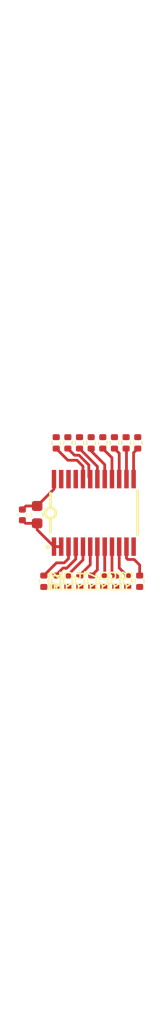
<source format=kicad_pcb>
(kicad_pcb (version 20240108) (generator "pcbnew") (generator_version "8.0")
  (layers (0 "F.Cu" signal) (31 "B.Cu" signal) (34 "B.Paste" user) (35 "F.Paste" user) (36 "B.SilkS" user "B.Silkscreen") (37 "F.SilkS" user "F.Silkscreen") (38 "B.Mask" user) (39 "F.Mask" user) (44 "Edge.Cuts" user))
  (net 0 "")
  (net 1 "ic-scl-8")
  (net 2 "ic-scl-4")
  (net 3 "ic-sda-7")
  (net 4 "reset_")
  (net 5 "ic-sda-1")
  (net 6 "ic-gnd")
  (net 7 "ic-scl-2")
  (net 8 "ic-scl-5")
  (net 9 "ic-sda-5")
  (net 10 "ic-sda-8")
  (net 11 "ic-scl-6")
  (net 12 "ic-sda-4")
  (net 13 "ic-sda")
  (net 14 "vcc")
  (net 15 "ic-scl-7")
  (net 16 "ic-scl-1")
  (net 17 "ic-scl-3")
  (net 18 "ic-sda-6")
  (net 19 "ic-sda-3")
  (net 20 "ic-scl")
  (net 21 "ic-sda-2")
  (footprint "lib:R0402" (layer "F.Cu") (at 194.599943 58.287358 90)
    (property "Reference" "R3" (hide yes))
    (property "Value" "62.5mW Thick Film Resistors 50V ±100ppm/℃ ±1% 10kΩ 0402  Chip Resistor - Surface Mount ROHS")
    (fp_line (start -0.153641 -0.38) (end 0.153641 -0.38) (stroke (width 0.12)) (layer "F.SilkS"))
    (fp_line (start -0.153641 0.38) (end 0.153641 0.38) (stroke (width 0.12)) (layer "F.SilkS"))
    (pad "1" smd roundrect (at -0.51 0 90) (size 0.54 0.64) (layers "F.Cu" "F.Paste" "F.Mask") (net 14 "vcc"))
    (pad "2" smd roundrect (at 0.51 0 90) (size 0.54 0.64) (layers "F.Cu" "F.Paste" "F.Mask") (net 13 "ic-sda"))
  )
  (footprint "lib:R0402" (layer "F.Cu") (at 197.763033 45.907076 -90)
    (property "Reference" "R15" (hide yes))
    (property "Value" "62.5mW Thick Film Resistors 50V ±100ppm/℃ ±1% 10kΩ 0402  Chip Resistor - Surface Mount ROHS")
    (fp_line (start -0.153641 0.38) (end 0.153641 0.38) (stroke (width 0.12)) (layer "F.SilkS"))
    (fp_line (start -0.153641 -0.38) (end 0.153641 -0.38) (stroke (width 0.12)) (layer "F.SilkS"))
    (pad "1" smd roundrect (at -0.51 0 270) (size 0.54 0.64) (layers "F.Cu" "F.Paste" "F.Mask") (net 14 "vcc"))
    (pad "2" smd roundrect (at 0.51 0 270) (size 0.54 0.64) (layers "F.Cu" "F.Paste" "F.Mask") (net 18 "ic-sda-6"))
  )
  (footprint "lib:R0402" (layer "F.Cu") (at 201.042539 58.287358 90)
    (property "Reference" "R9" (at 0 -1.17 90) (layer "F.SilkS"))
    (property "Value" "62.5mW Thick Film Resistors 50V ±100ppm/℃ ±1% 10kΩ 0402  Chip Resistor - Surface Mount ROHS")
    (fp_line (start -0.153641 -0.38) (end 0.153641 -0.38) (stroke (width 0.12)) (layer "F.SilkS"))
    (fp_line (start -0.153641 0.38) (end 0.153641 0.38) (stroke (width 0.12)) (layer "F.SilkS"))
    (pad "1" smd roundrect (at -0.51 0 90) (size 0.54 0.64) (layers "F.Cu" "F.Paste" "F.Mask") (net 14 "vcc"))
    (pad "2" smd roundrect (at 0.51 0 90) (size 0.54 0.64) (layers "F.Cu" "F.Paste" "F.Mask") (net 19 "ic-sda-3"))
  )
  (footprint "lib:R0402" (layer "F.Cu") (at 197.821241 58.287358 90)
    (property "Reference" "R4" (at 0 -1.17 90) (layer "F.SilkS"))
    (property "Value" "62.5mW Thick Film Resistors 50V ±100ppm/℃ ±1% 10kΩ 0402  Chip Resistor - Surface Mount ROHS")
    (fp_line (start -0.153641 -0.38) (end 0.153641 -0.38) (stroke (width 0.12)) (layer "F.SilkS"))
    (fp_line (start -0.153641 0.38) (end 0.153641 0.38) (stroke (width 0.12)) (layer "F.SilkS"))
    (pad "1" smd roundrect (at -0.51 0 90) (size 0.54 0.64) (layers "F.Cu" "F.Paste" "F.Mask") (net 14 "vcc"))
    (pad "2" smd roundrect (at 0.51 0 90) (size 0.54 0.64) (layers "F.Cu" "F.Paste" "F.Mask") (net 16 "ic-scl-1"))
  )
  (footprint "lib:R0402" (layer "F.Cu") (at 199.968773 58.287358 90)
    (property "Reference" "R6" (at 0 -1.17 90) (layer "F.SilkS"))
    (property "Value" "62.5mW Thick Film Resistors 50V ±100ppm/℃ ±1% 10kΩ 0402  Chip Resistor - Surface Mount ROHS")
    (fp_line (start -0.153641 -0.38) (end 0.153641 -0.38) (stroke (width 0.12)) (layer "F.SilkS"))
    (fp_line (start -0.153641 0.38) (end 0.153641 0.38) (stroke (width 0.12)) (layer "F.SilkS"))
    (pad "1" smd roundrect (at -0.51 0 90) (size 0.54 0.64) (layers "F.Cu" "F.Paste" "F.Mask") (net 14 "vcc"))
    (pad "2" smd roundrect (at 0.51 0 90) (size 0.54 0.64) (layers "F.Cu" "F.Paste" "F.Mask") (net 7 "ic-scl-2"))
  )
  (footprint "lib:R0402" (layer "F.Cu") (at 201.941863 45.907076 -90)
    (property "Reference" "R11" (hide yes))
    (property "Value" "62.5mW Thick Film Resistors 50V ±100ppm/℃ ±1% 10kΩ 0402  Chip Resistor - Surface Mount ROHS")
    (fp_line (start -0.153641 0.38) (end 0.153641 0.38) (stroke (width 0.12)) (layer "F.SilkS"))
    (fp_line (start -0.153641 -0.38) (end 0.153641 -0.38) (stroke (width 0.12)) (layer "F.SilkS"))
    (pad "1" smd roundrect (at -0.51 0 270) (size 0.54 0.64) (layers "F.Cu" "F.Paste" "F.Mask") (net 14 "vcc"))
    (pad "2" smd roundrect (at 0.51 0 270) (size 0.54 0.64) (layers "F.Cu" "F.Paste" "F.Mask") (net 12 "ic-sda-4"))
  )
  (footprint "lib:R0402" (layer "F.Cu") (at 196.747475 58.287358 90)
    (property "Reference" "R5" (at 0 -1.17 90) (layer "F.SilkS"))
    (property "Value" "62.5mW Thick Film Resistors 50V ±100ppm/℃ ±1% 10kΩ 0402  Chip Resistor - Surface Mount ROHS")
    (fp_line (start -0.153641 -0.38) (end 0.153641 -0.38) (stroke (width 0.12)) (layer "F.SilkS"))
    (fp_line (start -0.153641 0.38) (end 0.153641 0.38) (stroke (width 0.12)) (layer "F.SilkS"))
    (pad "1" smd roundrect (at -0.51 0 90) (size 0.54 0.64) (layers "F.Cu" "F.Paste" "F.Mask") (net 14 "vcc"))
    (pad "2" smd roundrect (at 0.51 0 90) (size 0.54 0.64) (layers "F.Cu" "F.Paste" "F.Mask") (net 5 "ic-sda-1"))
  )
  (footprint "lib:R0402" (layer "F.Cu") (at 200.897154 45.907076 -90)
    (property "Reference" "R10" (hide yes))
    (property "Value" "62.5mW Thick Film Resistors 50V ±100ppm/℃ ±1% 10kΩ 0402  Chip Resistor - Surface Mount ROHS")
    (fp_line (start -0.153641 0.38) (end 0.153641 0.38) (stroke (width 0.12)) (layer "F.SilkS"))
    (fp_line (start -0.153641 -0.38) (end 0.153641 -0.38) (stroke (width 0.12)) (layer "F.SilkS"))
    (pad "1" smd roundrect (at -0.51 0 270) (size 0.54 0.64) (layers "F.Cu" "F.Paste" "F.Mask") (net 14 "vcc"))
    (pad "2" smd roundrect (at 0.51 0 270) (size 0.54 0.64) (layers "F.Cu" "F.Paste" "F.Mask") (net 2 "ic-scl-4"))
  )
  (footprint "lib:TSSOP-24_L7.8-W4.4-P0.65-LS6.4-BL" (layer "F.Cu") (at 198 52.17)
    (property "Reference" "U1" (hide yes))
    (property "Value" "")
    (fp_line (start -3.88 -0.48) (end -3.88 -1.75) (stroke (width 0.25)) (layer "F.SilkS"))
    (fp_line (start -3.88 1.75) (end -3.88 0.48) (stroke (width 0.25)) (layer "F.SilkS"))
    (fp_line (start 3.93 -2.01) (end 3.93 2.01) (stroke (width 0.25)) (layer "F.SilkS"))
    (fp_arc (start -3.888203 0.479928) (mid -3.87585 -0.459982) (end -3.88 0.48) (stroke (width 0.25)) (layer "F.SilkS"))
    (fp_circle (center -4.14 3.05) (end -4.04 3.05) (stroke (width 0.2)) (fill none) (layer "F.SilkS"))
    (pad "1" smd rect (at -3.57 3.02) (size 0.4 1.65) (layers "F.Cu" "F.Paste" "F.Mask") (net 6 "ic-gnd"))
    (pad "2" smd rect (at -2.92 3.02) (size 0.4 1.65) (layers "F.Cu" "F.Paste" "F.Mask") (net 6 "ic-gnd"))
    (pad "3" smd rect (at -2.27 3.02) (size 0.4 1.65) (layers "F.Cu" "F.Paste" "F.Mask") (net 4 "reset_"))
    (pad "4" smd rect (at -1.62 3.02) (size 0.4 1.65) (layers "F.Cu" "F.Paste" "F.Mask") (net 13 "ic-sda"))
    (pad "5" smd rect (at -0.97 3.02) (size 0.4 1.65) (layers "F.Cu" "F.Paste" "F.Mask") (net 20 "ic-scl"))
    (pad "6" smd rect (at -0.32 3.02) (size 0.4 1.65) (layers "F.Cu" "F.Paste" "F.Mask") (net 5 "ic-sda-1"))
    (pad "7" smd rect (at 0.32 3.02) (size 0.4 1.65) (layers "F.Cu" "F.Paste" "F.Mask") (net 16 "ic-scl-1"))
    (pad "8" smd rect (at 0.98 3.02) (size 0.4 1.65) (layers "F.Cu" "F.Paste" "F.Mask") (net 21 "ic-sda-2"))
    (pad "9" smd rect (at 1.63 3.02) (size 0.4 1.65) (layers "F.Cu" "F.Paste" "F.Mask") (net 7 "ic-scl-2"))
    (pad "10" smd rect (at 2.28 3.02) (size 0.4 1.65) (layers "F.Cu" "F.Paste" "F.Mask") (net 19 "ic-sda-3"))
    (pad "11" smd rect (at 2.93 3.02) (size 0.4 1.65) (layers "F.Cu" "F.Paste" "F.Mask") (net 17 "ic-scl-3"))
    (pad "12" smd rect (at 3.57 3.02) (size 0.4 1.65) (layers "F.Cu" "F.Paste" "F.Mask") (net 6 "ic-gnd"))
    (pad "13" smd rect (at 3.57 -3.02) (size 0.4 1.65) (layers "F.Cu" "F.Paste" "F.Mask") (net 12 "ic-sda-4"))
    (pad "14" smd rect (at 2.93 -3.02) (size 0.4 1.65) (layers "F.Cu" "F.Paste" "F.Mask") (net 2 "ic-scl-4"))
    (pad "15" smd rect (at 2.28 -3.02) (size 0.4 1.65) (layers "F.Cu" "F.Paste" "F.Mask") (net 9 "ic-sda-5"))
    (pad "16" smd rect (at 1.63 -3.02) (size 0.4 1.65) (layers "F.Cu" "F.Paste" "F.Mask") (net 8 "ic-scl-5"))
    (pad "17" smd rect (at 0.98 -3.02) (size 0.4 1.65) (layers "F.Cu" "F.Paste" "F.Mask") (net 18 "ic-sda-6"))
    (pad "18" smd rect (at 0.32 -3.02) (size 0.4 1.65) (layers "F.Cu" "F.Paste" "F.Mask") (net 11 "ic-scl-6"))
    (pad "19" smd rect (at -0.32 -3.02) (size 0.4 1.65) (layers "F.Cu" "F.Paste" "F.Mask") (net 3 "ic-sda-7"))
    (pad "20" smd rect (at -0.97 -3.02) (size 0.4 1.65) (layers "F.Cu" "F.Paste" "F.Mask") (net 15 "ic-scl-7"))
    (pad "21" smd rect (at -1.62 -3.02) (size 0.4 1.65) (layers "F.Cu" "F.Paste" "F.Mask") (net 6 "ic-gnd"))
    (pad "22" smd rect (at -2.27 -3.02) (size 0.4 1.65) (layers "F.Cu" "F.Paste" "F.Mask") (net 1 "ic-scl-8"))
    (pad "23" smd rect (at -2.92 -3.02) (size 0.4 1.65) (layers "F.Cu" "F.Paste" "F.Mask") (net 10 "ic-sda-8"))
    (pad "24" smd rect (at -3.57 -3.02) (size 0.4 1.65) (layers "F.Cu" "F.Paste" "F.Mask") (net 14 "vcc"))
  )
  (footprint "lib:R0402" (layer "F.Cu") (at 199.852447 45.907076 -90)
    (property "Reference" "R13" (hide yes))
    (property "Value" "62.5mW Thick Film Resistors 50V ±100ppm/℃ ±1% 10kΩ 0402  Chip Resistor - Surface Mount ROHS")
    (fp_line (start -0.153641 0.38) (end 0.153641 0.38) (stroke (width 0.12)) (layer "F.SilkS"))
    (fp_line (start -0.153641 -0.38) (end 0.153641 -0.38) (stroke (width 0.12)) (layer "F.SilkS"))
    (pad "1" smd roundrect (at -0.51 0 270) (size 0.54 0.64) (layers "F.Cu" "F.Paste" "F.Mask") (net 14 "vcc"))
    (pad "2" smd roundrect (at 0.51 0 270) (size 0.54 0.64) (layers "F.Cu" "F.Paste" "F.Mask") (net 9 "ic-sda-5"))
  )
  (footprint "lib:R0402" (layer "F.Cu") (at 194.628912 45.907076 -90)
    (property "Reference" "R16" (hide yes))
    (property "Value" "62.5mW Thick Film Resistors 50V ±100ppm/℃ ±1% 10kΩ 0402  Chip Resistor - Surface Mount ROHS")
    (fp_line (start -0.153641 0.38) (end 0.153641 0.38) (stroke (width 0.12)) (layer "F.SilkS"))
    (fp_line (start -0.153641 -0.38) (end 0.153641 -0.38) (stroke (width 0.12)) (layer "F.SilkS"))
    (pad "1" smd roundrect (at -0.51 0 270) (size 0.54 0.64) (layers "F.Cu" "F.Paste" "F.Mask") (net 14 "vcc"))
    (pad "2" smd roundrect (at 0.51 0 270) (size 0.54 0.64) (layers "F.Cu" "F.Paste" "F.Mask") (net 15 "ic-scl-7"))
  )
  (footprint "lib:C0603" (layer "F.Cu") (at 192.91898 52.329291 -90)
    (property "Reference" "C2" (hide yes))
    (property "Value" "16V 2.2uF X5R ±10% 0603  Multilayer Ceramic Capacitors MLCC - SMD/SMT ROHS")
    (fp_line (start -0.14058 0.51) (end 0.14058 0.51) (stroke (width 0.12)) (layer "F.SilkS"))
    (fp_line (start -0.14058 -0.51) (end 0.14058 -0.51) (stroke (width 0.12)) (layer "F.SilkS"))
    (pad "1" smd roundrect (at -0.775 0 270) (size 0.9 0.95) (layers "F.Cu" "F.Paste" "F.Mask") (net 14 "vcc"))
    (pad "2" smd roundrect (at 0.775 0 270) (size 0.9 0.95) (layers "F.Cu" "F.Paste" "F.Mask") (net 6 "ic-gnd"))
  )
  (footprint "lib:R0402" (layer "F.Cu") (at 202.116307 58.287358 90)
    (property "Reference" "R8" (at 0 -1.17 90) (layer "F.SilkS"))
    (property "Value" "62.5mW Thick Film Resistors 50V ±100ppm/℃ ±1% 10kΩ 0402  Chip Resistor - Surface Mount ROHS")
    (fp_line (start -0.153641 -0.38) (end 0.153641 -0.38) (stroke (width 0.12)) (layer "F.SilkS"))
    (fp_line (start -0.153641 0.38) (end 0.153641 0.38) (stroke (width 0.12)) (layer "F.SilkS"))
    (pad "1" smd roundrect (at -0.51 0 90) (size 0.54 0.64) (layers "F.Cu" "F.Paste" "F.Mask") (net 14 "vcc"))
    (pad "2" smd roundrect (at 0.51 0 90) (size 0.54 0.64) (layers "F.Cu" "F.Paste" "F.Mask") (net 17 "ic-scl-3"))
  )
  (footprint "lib:C0402" (layer "F.Cu") (at 191.596082 52.349702 -90)
    (property "Reference" "C1" (hide yes))
    (property "Value" "16V 100nF X7R ±10% 0402  Multilayer Ceramic Capacitors MLCC - SMD/SMT ROHS")
    (fp_line (start -0.107836 0.36) (end 0.107836 0.36) (stroke (width 0.12)) (layer "F.SilkS"))
    (fp_line (start -0.107836 -0.36) (end 0.107836 -0.36) (stroke (width 0.12)) (layer "F.SilkS"))
    (pad "1" smd roundrect (at -0.48 0 270) (size 0.56 0.62) (layers "F.Cu" "F.Paste" "F.Mask") (net 14 "vcc"))
    (pad "2" smd roundrect (at 0.48 0 270) (size 0.56 0.62) (layers "F.Cu" "F.Paste" "F.Mask") (net 6 "ic-gnd"))
  )
  (footprint "lib:R0402" (layer "F.Cu") (at 198.895007 58.287358 90)
    (property "Reference" "R7" (at 0 -1.17 90) (layer "F.SilkS"))
    (property "Value" "62.5mW Thick Film Resistors 50V ±100ppm/℃ ±1% 10kΩ 0402  Chip Resistor - Surface Mount ROHS")
    (fp_line (start -0.153641 -0.38) (end 0.153641 -0.38) (stroke (width 0.12)) (layer "F.SilkS"))
    (fp_line (start -0.153641 0.38) (end 0.153641 0.38) (stroke (width 0.12)) (layer "F.SilkS"))
    (pad "1" smd roundrect (at -0.51 0 90) (size 0.54 0.64) (layers "F.Cu" "F.Paste" "F.Mask") (net 14 "vcc"))
    (pad "2" smd roundrect (at 0.51 0 90) (size 0.54 0.64) (layers "F.Cu" "F.Paste" "F.Mask") (net 21 "ic-sda-2"))
  )
  (footprint "lib:R0402" (layer "F.Cu") (at 198.80774 45.907076 -90)
    (property "Reference" "R12" (hide yes))
    (property "Value" "62.5mW Thick Film Resistors 50V ±100ppm/℃ ±1% 10kΩ 0402  Chip Resistor - Surface Mount ROHS")
    (fp_line (start -0.153641 0.38) (end 0.153641 0.38) (stroke (width 0.12)) (layer "F.SilkS"))
    (fp_line (start -0.153641 -0.38) (end 0.153641 -0.38) (stroke (width 0.12)) (layer "F.SilkS"))
    (pad "1" smd roundrect (at -0.51 0 270) (size 0.54 0.64) (layers "F.Cu" "F.Paste" "F.Mask") (net 14 "vcc"))
    (pad "2" smd roundrect (at 0.51 0 270) (size 0.54 0.64) (layers "F.Cu" "F.Paste" "F.Mask") (net 8 "ic-scl-5"))
  )
  (footprint "lib:R0402" (layer "F.Cu") (at 193.518093 58.289552 -90)
    (property "Reference" "R1" (at 0 -1.17 90) (layer "F.SilkS"))
    (property "Value" "62.5mW Thick Film Resistors 50V ±100ppm/℃ ±1% 10kΩ 0402  Chip Resistor - Surface Mount ROHS")
    (fp_line (start -0.153641 0.38) (end 0.153641 0.38) (stroke (width 0.12)) (layer "F.SilkS"))
    (fp_line (start -0.153641 -0.38) (end 0.153641 -0.38) (stroke (width 0.12)) (layer "F.SilkS"))
    (pad "1" smd roundrect (at -0.51 0 270) (size 0.54 0.64) (layers "F.Cu" "F.Paste" "F.Mask") (net 4 "reset_"))
    (pad "2" smd roundrect (at 0.51 0 270) (size 0.54 0.64) (layers "F.Cu" "F.Paste" "F.Mask") (net 14 "vcc"))
  )
  (footprint "lib:R0402" (layer "F.Cu") (at 195.673619 45.907076 -90)
    (property "Reference" "R17" (hide yes))
    (property "Value" "62.5mW Thick Film Resistors 50V ±100ppm/℃ ±1% 10kΩ 0402  Chip Resistor - Surface Mount ROHS")
    (fp_line (start -0.153641 0.38) (end 0.153641 0.38) (stroke (width 0.12)) (layer "F.SilkS"))
    (fp_line (start -0.153641 -0.38) (end 0.153641 -0.38) (stroke (width 0.12)) (layer "F.SilkS"))
    (pad "1" smd roundrect (at -0.51 0 270) (size 0.54 0.64) (layers "F.Cu" "F.Paste" "F.Mask") (net 14 "vcc"))
    (pad "2" smd roundrect (at 0.51 0 270) (size 0.54 0.64) (layers "F.Cu" "F.Paste" "F.Mask") (net 3 "ic-sda-7"))
  )
  (footprint "lib:R0402" (layer "F.Cu") (at 195.673709 58.287358 90)
    (property "Reference" "R2" (at 0 -1.17 90) (layer "F.SilkS"))
    (property "Value" "62.5mW Thick Film Resistors 50V ±100ppm/℃ ±1% 10kΩ 0402  Chip Resistor - Surface Mount ROHS")
    (fp_line (start -0.153641 -0.38) (end 0.153641 -0.38) (stroke (width 0.12)) (layer "F.SilkS"))
    (fp_line (start -0.153641 0.38) (end 0.153641 0.38) (stroke (width 0.12)) (layer "F.SilkS"))
    (pad "1" smd roundrect (at -0.51 0 90) (size 0.54 0.64) (layers "F.Cu" "F.Paste" "F.Mask") (net 14 "vcc"))
    (pad "2" smd roundrect (at 0.51 0 90) (size 0.54 0.64) (layers "F.Cu" "F.Paste" "F.Mask") (net 20 "ic-scl"))
  )
  (footprint "lib:R0402" (layer "F.Cu") (at 196.718326 45.907076 -90)
    (property "Reference" "R14" (hide yes))
    (property "Value" "62.5mW Thick Film Resistors 50V ±100ppm/℃ ±1% 10kΩ 0402  Chip Resistor - Surface Mount ROHS")
    (fp_line (start -0.153641 0.38) (end 0.153641 0.38) (stroke (width 0.12)) (layer "F.SilkS"))
    (fp_line (start -0.153641 -0.38) (end 0.153641 -0.38) (stroke (width 0.12)) (layer "F.SilkS"))
    (pad "1" smd roundrect (at -0.51 0 270) (size 0.54 0.64) (layers "F.Cu" "F.Paste" "F.Mask") (net 14 "vcc"))
    (pad "2" smd roundrect (at 0.51 0 270) (size 0.54 0.64) (layers "F.Cu" "F.Paste" "F.Mask") (net 11 "ic-scl-6"))
  )
  (segment (start 200.897154 46.417076) (end 200.93 46.449922) (width 0.25) (layer "F.Cu") (net 2))
  (segment (start 200.93 46.449922) (end 200.93 49.15) (width 0.25) (layer "F.Cu") (net 2))
  (segment (start 197.555 47.890146) (end 196.67693 47.012076) (width 0.25) (layer "F.Cu") (net 3))
  (segment (start 197.555 48.965) (end 197.555 47.890146) (width 0.25) (layer "F.Cu") (net 3))
  (segment (start 197.68 49.15) (end 197.74 49.15) (width 0.25) (layer "F.Cu") (net 3))
  (segment (start 197.74 49.15) (end 197.555 48.965) (width 0.25) (layer "F.Cu") (net 3))
  (segment (start 196.67693 47.012076) (end 196.268619 47.012076) (width 0.25) (layer "F.Cu") (net 3))
  (segment (start 196.268619 47.012076) (end 195.673619 46.417076) (width 0.25) (layer "F.Cu") (net 3))
  (segment (start 195.73 55.19) (end 195.73 56.265) (width 0.25) (layer "F.Cu") (net 4))
  (segment (start 195.73 56.265) (end 195.353 56.642) (width 0.25) (layer "F.Cu") (net 4))
  (segment (start 195.353 56.642) (end 194.655645 56.642) (width 0.25) (layer "F.Cu") (net 4))
  (segment (start 194.655645 56.642) (end 193.518093 57.779552) (width 0.25) (layer "F.Cu") (net 4))
  (segment (start 197.68 56.817269) (end 196.719911 57.777358) (width 0.25) (layer "F.Cu") (net 5))
  (segment (start 197.68 55.19) (end 197.68 56.817269) (width 0.25) (layer "F.Cu") (net 5))
  (segment (start 195.08 55.19) (end 194.43 55.19) (width 0.25) (layer "F.Cu") (net 6))
  (segment (start 192.91898 53.104291) (end 191.870671 53.104291) (width 0.25) (layer "F.Cu") (net 6))
  (segment (start 191.870671 53.104291) (end 191.596082 52.829702) (width 0.25) (layer "F.Cu") (net 6))
  (segment (start 192.91898 53.67898) (end 194.43 55.19) (width 0.25) (layer "F.Cu") (net 6))
  (segment (start 192.91898 53.104291) (end 192.91898 53.67898) (width 0.25) (layer "F.Cu") (net 6))
  (segment (start 199.63 57.550845) (end 199.63 55.19) (width 0.25) (layer "F.Cu") (net 7))
  (segment (start 199.924836 57.845681) (end 199.63 57.550845) (width 0.25) (layer "F.Cu") (net 7))
  (segment (start 198.80774 46.417076) (end 199.63 47.239336) (width 0.25) (layer "F.Cu") (net 8))
  (segment (start 199.63 47.239336) (end 199.63 49.15) (width 0.25) (layer "F.Cu") (net 8))
  (segment (start 200.28 46.844629) (end 200.28 49.15) (width 0.25) (layer "F.Cu") (net 9))
  (segment (start 199.852447 46.417076) (end 200.28 46.844629) (width 0.25) (layer "F.Cu") (net 9))
  (segment (start 198.32 48.01875) (end 198.32 49.15) (width 0.25) (layer "F.Cu") (net 11))
  (segment (start 196.718326 46.417076) (end 198.32 48.01875) (width 0.25) (layer "F.Cu") (net 11))
  (segment (start 201.57 46.788939) (end 201.57 49.15) (width 0.25) (layer "F.Cu") (net 12))
  (segment (start 201.941863 46.417076) (end 201.57 46.788939) (width 0.25) (layer "F.Cu") (net 12))
  (segment (start 196.38 55.19) (end 196.38 56.3075) (width 0.25) (layer "F.Cu") (net 13))
  (segment (start 195.5375 57.1075) (end 195.495 57.15) (width 0.25) (layer "F.Cu") (net 13))
  (segment (start 195.23754 57.1075) (end 195.5375 57.1075) (width 0.25) (layer "F.Cu") (net 13))
  (segment (start 194.599943 57.745097) (end 195.23754 57.1075) (width 0.25) (layer "F.Cu") (net 13))
  (segment (start 196.38 56.3075) (end 195.58 57.1075) (width 0.25) (layer "F.Cu") (net 13))
  (segment (start 191.911493 51.554291) (end 191.596082 51.869702) (width 0.25) (layer "F.Cu") (net 14))
  (segment (start 194.43 50.043271) (end 192.91898 51.554291) (width 0.25) (layer "F.Cu") (net 14))
  (segment (start 192.91898 51.554291) (end 191.911493 51.554291) (width 0.25) (layer "F.Cu") (net 14))
  (segment (start 194.43 49.15) (end 194.43 50.043271) (width 0.25) (layer "F.Cu") (net 14))
  (segment (start 197.03 48.001542) (end 197.03 49.15) (width 0.25) (layer "F.Cu") (net 15))
  (segment (start 195.673912 47.462076) (end 196.490534 47.462076) (width 0.25) (layer "F.Cu") (net 15))
  (segment (start 194.628912 46.417076) (end 195.673912 47.462076) (width 0.25) (layer "F.Cu") (net 15))
  (segment (start 196.490534 47.462076) (end 197.03 48.001542) (width 0.25) (layer "F.Cu") (net 15))
  (segment (start 198.32 57.267112) (end 198.32 55.19) (width 0.25) (layer "F.Cu") (net 16))
  (segment (start 197.779896 57.807216) (end 198.32 57.267112) (width 0.25) (layer "F.Cu") (net 16))
  (segment (start 202.116307 57.777358) (end 202.116307 56.83701) (width 0.25) (layer "F.Cu") (net 17))
  (segment (start 202.116307 56.83701) (end 201.619297 56.34) (width 0.25) (layer "F.Cu") (net 17))
  (segment (start 201.619297 56.34) (end 201.045 56.34) (width 0.25) (layer "F.Cu") (net 17))
  (segment (start 201.045 56.34) (end 200.93 56.225) (width 0.25) (layer "F.Cu") (net 17))
  (segment (start 200.93 56.225) (end 200.93 55.19) (width 0.25) (layer "F.Cu") (net 17))
  (segment (start 198.98 47.85) (end 198.98 49.15) (width 0.25) (layer "F.Cu") (net 18))
  (segment (start 197.763033 46.417076) (end 197.763033 46.633033) (width 0.25) (layer "F.Cu") (net 18))
  (segment (start 197.763033 46.633033) (end 198.98 47.85) (width 0.25) (layer "F.Cu") (net 18))
  (segment (start 201.009565 57.829281) (end 200.28 57.099716) (width 0.25) (layer "F.Cu") (net 19))
  (segment (start 200.28 57.099716) (end 200.28 55.19) (width 0.25) (layer "F.Cu") (net 19))
  (segment (start 197.03 56.377426) (end 195.659927 57.747499) (width 0.25) (layer "F.Cu") (net 20))
  (segment (start 197.03 55.19) (end 197.03 56.377426) (width 0.25) (layer "F.Cu") (net 20))
  (segment (start 198.837849 57.83387) (end 198.98 57.691719) (width 0.25) (layer "F.Cu") (net 21))
  (segment (start 198.98 57.691719) (end 198.98 55.19) (width 0.25) (layer "F.Cu") (net 21))
)
</source>
